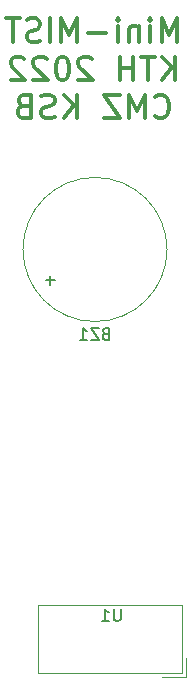
<source format=gbr>
%TF.GenerationSoftware,KiCad,Pcbnew,(6.0.4)*%
%TF.CreationDate,2022-08-23T00:57:11+02:00*%
%TF.ProjectId,MinimistCMZ,4d696e69-6d69-4737-9443-4d5a2e6b6963,rev?*%
%TF.SameCoordinates,Original*%
%TF.FileFunction,Legend,Bot*%
%TF.FilePolarity,Positive*%
%FSLAX46Y46*%
G04 Gerber Fmt 4.6, Leading zero omitted, Abs format (unit mm)*
G04 Created by KiCad (PCBNEW (6.0.4)) date 2022-08-23 00:57:11*
%MOMM*%
%LPD*%
G01*
G04 APERTURE LIST*
%ADD10C,0.300000*%
%ADD11C,0.150000*%
%ADD12C,0.120000*%
G04 APERTURE END LIST*
D10*
X151748238Y-78964761D02*
X151748238Y-76964761D01*
X151081571Y-78393333D01*
X150414904Y-76964761D01*
X150414904Y-78964761D01*
X149462523Y-78964761D02*
X149462523Y-77631428D01*
X149462523Y-76964761D02*
X149557761Y-77060000D01*
X149462523Y-77155238D01*
X149367285Y-77060000D01*
X149462523Y-76964761D01*
X149462523Y-77155238D01*
X148510142Y-77631428D02*
X148510142Y-78964761D01*
X148510142Y-77821904D02*
X148414904Y-77726666D01*
X148224428Y-77631428D01*
X147938714Y-77631428D01*
X147748238Y-77726666D01*
X147653000Y-77917142D01*
X147653000Y-78964761D01*
X146700619Y-78964761D02*
X146700619Y-77631428D01*
X146700619Y-76964761D02*
X146795857Y-77060000D01*
X146700619Y-77155238D01*
X146605380Y-77060000D01*
X146700619Y-76964761D01*
X146700619Y-77155238D01*
X145748238Y-78202857D02*
X144224428Y-78202857D01*
X143272047Y-78964761D02*
X143272047Y-76964761D01*
X142605380Y-78393333D01*
X141938714Y-76964761D01*
X141938714Y-78964761D01*
X140986333Y-78964761D02*
X140986333Y-76964761D01*
X140129190Y-78869523D02*
X139843476Y-78964761D01*
X139367285Y-78964761D01*
X139176809Y-78869523D01*
X139081571Y-78774285D01*
X138986333Y-78583809D01*
X138986333Y-78393333D01*
X139081571Y-78202857D01*
X139176809Y-78107619D01*
X139367285Y-78012380D01*
X139748238Y-77917142D01*
X139938714Y-77821904D01*
X140033952Y-77726666D01*
X140129190Y-77536190D01*
X140129190Y-77345714D01*
X140033952Y-77155238D01*
X139938714Y-77060000D01*
X139748238Y-76964761D01*
X139272047Y-76964761D01*
X138986333Y-77060000D01*
X138414904Y-76964761D02*
X137272047Y-76964761D01*
X137843476Y-78964761D02*
X137843476Y-76964761D01*
X151557761Y-82184761D02*
X151557761Y-80184761D01*
X150414904Y-82184761D02*
X151272047Y-81041904D01*
X150414904Y-80184761D02*
X151557761Y-81327619D01*
X149843476Y-80184761D02*
X148700619Y-80184761D01*
X149272047Y-82184761D02*
X149272047Y-80184761D01*
X148033952Y-82184761D02*
X148033952Y-80184761D01*
X148033952Y-81137142D02*
X146891095Y-81137142D01*
X146891095Y-82184761D02*
X146891095Y-80184761D01*
X144510142Y-80375238D02*
X144414904Y-80280000D01*
X144224428Y-80184761D01*
X143748238Y-80184761D01*
X143557761Y-80280000D01*
X143462523Y-80375238D01*
X143367285Y-80565714D01*
X143367285Y-80756190D01*
X143462523Y-81041904D01*
X144605380Y-82184761D01*
X143367285Y-82184761D01*
X142129190Y-80184761D02*
X141938714Y-80184761D01*
X141748238Y-80280000D01*
X141653000Y-80375238D01*
X141557761Y-80565714D01*
X141462523Y-80946666D01*
X141462523Y-81422857D01*
X141557761Y-81803809D01*
X141653000Y-81994285D01*
X141748238Y-82089523D01*
X141938714Y-82184761D01*
X142129190Y-82184761D01*
X142319666Y-82089523D01*
X142414904Y-81994285D01*
X142510142Y-81803809D01*
X142605380Y-81422857D01*
X142605380Y-80946666D01*
X142510142Y-80565714D01*
X142414904Y-80375238D01*
X142319666Y-80280000D01*
X142129190Y-80184761D01*
X140700619Y-80375238D02*
X140605380Y-80280000D01*
X140414904Y-80184761D01*
X139938714Y-80184761D01*
X139748238Y-80280000D01*
X139653000Y-80375238D01*
X139557761Y-80565714D01*
X139557761Y-80756190D01*
X139653000Y-81041904D01*
X140795857Y-82184761D01*
X139557761Y-82184761D01*
X138795857Y-80375238D02*
X138700619Y-80280000D01*
X138510142Y-80184761D01*
X138033952Y-80184761D01*
X137843476Y-80280000D01*
X137748238Y-80375238D01*
X137653000Y-80565714D01*
X137653000Y-80756190D01*
X137748238Y-81041904D01*
X138891095Y-82184761D01*
X137653000Y-82184761D01*
X149843476Y-85214285D02*
X149938714Y-85309523D01*
X150224428Y-85404761D01*
X150414904Y-85404761D01*
X150700619Y-85309523D01*
X150891095Y-85119047D01*
X150986333Y-84928571D01*
X151081571Y-84547619D01*
X151081571Y-84261904D01*
X150986333Y-83880952D01*
X150891095Y-83690476D01*
X150700619Y-83500000D01*
X150414904Y-83404761D01*
X150224428Y-83404761D01*
X149938714Y-83500000D01*
X149843476Y-83595238D01*
X148986333Y-85404761D02*
X148986333Y-83404761D01*
X148319666Y-84833333D01*
X147653000Y-83404761D01*
X147653000Y-85404761D01*
X146891095Y-83404761D02*
X145557761Y-83404761D01*
X146891095Y-85404761D01*
X145557761Y-85404761D01*
X143272047Y-85404761D02*
X143272047Y-83404761D01*
X142129190Y-85404761D02*
X142986333Y-84261904D01*
X142129190Y-83404761D02*
X143272047Y-84547619D01*
X141367285Y-85309523D02*
X141081571Y-85404761D01*
X140605380Y-85404761D01*
X140414904Y-85309523D01*
X140319666Y-85214285D01*
X140224428Y-85023809D01*
X140224428Y-84833333D01*
X140319666Y-84642857D01*
X140414904Y-84547619D01*
X140605380Y-84452380D01*
X140986333Y-84357142D01*
X141176809Y-84261904D01*
X141272047Y-84166666D01*
X141367285Y-83976190D01*
X141367285Y-83785714D01*
X141272047Y-83595238D01*
X141176809Y-83500000D01*
X140986333Y-83404761D01*
X140510142Y-83404761D01*
X140224428Y-83500000D01*
X138700619Y-84357142D02*
X138414904Y-84452380D01*
X138319666Y-84547619D01*
X138224428Y-84738095D01*
X138224428Y-85023809D01*
X138319666Y-85214285D01*
X138414904Y-85309523D01*
X138605380Y-85404761D01*
X139367285Y-85404761D01*
X139367285Y-83404761D01*
X138700619Y-83404761D01*
X138510142Y-83500000D01*
X138414904Y-83595238D01*
X138319666Y-83785714D01*
X138319666Y-83976190D01*
X138414904Y-84166666D01*
X138510142Y-84261904D01*
X138700619Y-84357142D01*
X139367285Y-84357142D01*
D11*
%TO.C,U1*%
X146938904Y-126960380D02*
X146938904Y-127769904D01*
X146891285Y-127865142D01*
X146843666Y-127912761D01*
X146748428Y-127960380D01*
X146557952Y-127960380D01*
X146462714Y-127912761D01*
X146415095Y-127865142D01*
X146367476Y-127769904D01*
X146367476Y-126960380D01*
X145367476Y-127960380D02*
X145938904Y-127960380D01*
X145653190Y-127960380D02*
X145653190Y-126960380D01*
X145748428Y-127103238D01*
X145843666Y-127198476D01*
X145938904Y-127246095D01*
%TO.C,BZ1*%
X145660952Y-103648571D02*
X145518095Y-103696190D01*
X145470476Y-103743809D01*
X145422857Y-103839047D01*
X145422857Y-103981904D01*
X145470476Y-104077142D01*
X145518095Y-104124761D01*
X145613333Y-104172380D01*
X145994285Y-104172380D01*
X145994285Y-103172380D01*
X145660952Y-103172380D01*
X145565714Y-103220000D01*
X145518095Y-103267619D01*
X145470476Y-103362857D01*
X145470476Y-103458095D01*
X145518095Y-103553333D01*
X145565714Y-103600952D01*
X145660952Y-103648571D01*
X145994285Y-103648571D01*
X145089523Y-103172380D02*
X144422857Y-103172380D01*
X145089523Y-104172380D01*
X144422857Y-104172380D01*
X143518095Y-104172380D02*
X144089523Y-104172380D01*
X143803809Y-104172380D02*
X143803809Y-103172380D01*
X143899047Y-103315238D01*
X143994285Y-103410476D01*
X144089523Y-103458095D01*
X141350952Y-99131428D02*
X140589047Y-99131428D01*
X140970000Y-99512380D02*
X140970000Y-98750476D01*
D12*
%TO.C,U1*%
X139920000Y-126660000D02*
X139920000Y-132420000D01*
X152180000Y-126660000D02*
X139920000Y-126660000D01*
X152180000Y-132410000D02*
X152180000Y-126670000D01*
X152460000Y-132700000D02*
X152460000Y-131090000D01*
X139920000Y-132420000D02*
X152170000Y-132420000D01*
X152460000Y-132700000D02*
X150460000Y-132700000D01*
%TO.C,BZ1*%
X150880000Y-96520000D02*
G75*
G03*
X150880000Y-96520000I-6100000J0D01*
G01*
%TD*%
M02*

</source>
